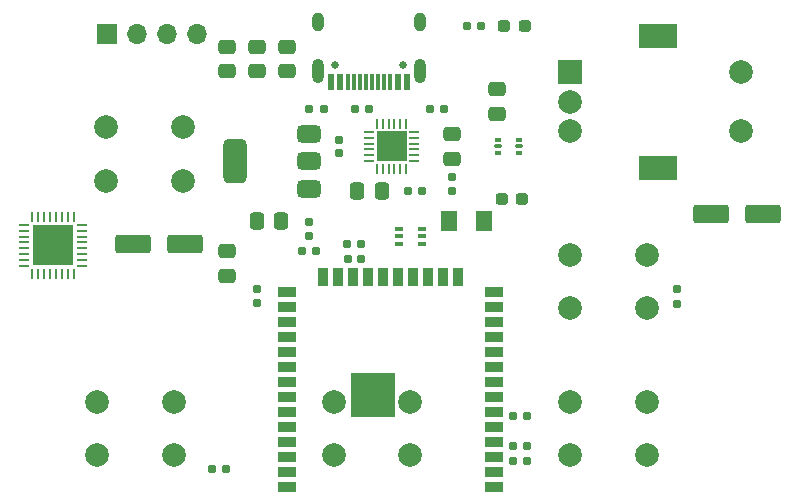
<source format=gbr>
%TF.GenerationSoftware,KiCad,Pcbnew,8.0.4*%
%TF.CreationDate,2024-12-06T19:36:15+01:00*%
%TF.ProjectId,MusicControllerV3,4d757369-6343-46f6-9e74-726f6c6c6572,rev?*%
%TF.SameCoordinates,Original*%
%TF.FileFunction,Soldermask,Bot*%
%TF.FilePolarity,Negative*%
%FSLAX46Y46*%
G04 Gerber Fmt 4.6, Leading zero omitted, Abs format (unit mm)*
G04 Created by KiCad (PCBNEW 8.0.4) date 2024-12-06 19:36:15*
%MOMM*%
%LPD*%
G01*
G04 APERTURE LIST*
G04 Aperture macros list*
%AMRoundRect*
0 Rectangle with rounded corners*
0 $1 Rounding radius*
0 $2 $3 $4 $5 $6 $7 $8 $9 X,Y pos of 4 corners*
0 Add a 4 corners polygon primitive as box body*
4,1,4,$2,$3,$4,$5,$6,$7,$8,$9,$2,$3,0*
0 Add four circle primitives for the rounded corners*
1,1,$1+$1,$2,$3*
1,1,$1+$1,$4,$5*
1,1,$1+$1,$6,$7*
1,1,$1+$1,$8,$9*
0 Add four rect primitives between the rounded corners*
20,1,$1+$1,$2,$3,$4,$5,0*
20,1,$1+$1,$4,$5,$6,$7,0*
20,1,$1+$1,$6,$7,$8,$9,0*
20,1,$1+$1,$8,$9,$2,$3,0*%
G04 Aperture macros list end*
%ADD10C,2.000000*%
%ADD11R,1.700000X1.700000*%
%ADD12O,1.700000X1.700000*%
%ADD13R,2.000000X2.000000*%
%ADD14R,3.200000X2.000000*%
%ADD15R,1.500000X0.900000*%
%ADD16R,0.900000X1.500000*%
%ADD17C,0.600000*%
%ADD18R,3.800000X3.800000*%
%ADD19RoundRect,0.160000X0.197500X0.160000X-0.197500X0.160000X-0.197500X-0.160000X0.197500X-0.160000X0*%
%ADD20RoundRect,0.062500X0.350000X0.062500X-0.350000X0.062500X-0.350000X-0.062500X0.350000X-0.062500X0*%
%ADD21RoundRect,0.062500X0.062500X0.350000X-0.062500X0.350000X-0.062500X-0.350000X0.062500X-0.350000X0*%
%ADD22R,2.600000X2.600000*%
%ADD23RoundRect,0.250000X-1.250000X-0.550000X1.250000X-0.550000X1.250000X0.550000X-1.250000X0.550000X0*%
%ADD24RoundRect,0.160000X-0.160000X0.197500X-0.160000X-0.197500X0.160000X-0.197500X0.160000X0.197500X0*%
%ADD25RoundRect,0.375000X0.625000X0.375000X-0.625000X0.375000X-0.625000X-0.375000X0.625000X-0.375000X0*%
%ADD26RoundRect,0.500000X0.500000X1.400000X-0.500000X1.400000X-0.500000X-1.400000X0.500000X-1.400000X0*%
%ADD27RoundRect,0.155000X0.212500X0.155000X-0.212500X0.155000X-0.212500X-0.155000X0.212500X-0.155000X0*%
%ADD28RoundRect,0.250000X1.250000X0.550000X-1.250000X0.550000X-1.250000X-0.550000X1.250000X-0.550000X0*%
%ADD29RoundRect,0.237500X0.287500X0.237500X-0.287500X0.237500X-0.287500X-0.237500X0.287500X-0.237500X0*%
%ADD30RoundRect,0.250000X0.475000X-0.337500X0.475000X0.337500X-0.475000X0.337500X-0.475000X-0.337500X0*%
%ADD31RoundRect,0.155000X0.155000X-0.212500X0.155000X0.212500X-0.155000X0.212500X-0.155000X-0.212500X0*%
%ADD32C,0.650000*%
%ADD33R,0.600000X1.450000*%
%ADD34R,0.300000X1.450000*%
%ADD35O,1.000000X1.600000*%
%ADD36O,1.000000X2.100000*%
%ADD37RoundRect,0.155000X-0.155000X0.212500X-0.155000X-0.212500X0.155000X-0.212500X0.155000X0.212500X0*%
%ADD38RoundRect,0.160000X0.160000X-0.197500X0.160000X0.197500X-0.160000X0.197500X-0.160000X-0.197500X0*%
%ADD39RoundRect,0.250001X0.462499X0.624999X-0.462499X0.624999X-0.462499X-0.624999X0.462499X-0.624999X0*%
%ADD40RoundRect,0.250000X0.337500X0.475000X-0.337500X0.475000X-0.337500X-0.475000X0.337500X-0.475000X0*%
%ADD41RoundRect,0.250000X-0.475000X0.337500X-0.475000X-0.337500X0.475000X-0.337500X0.475000X0.337500X0*%
%ADD42RoundRect,0.160000X-0.197500X-0.160000X0.197500X-0.160000X0.197500X0.160000X-0.197500X0.160000X0*%
%ADD43RoundRect,0.062500X-0.375000X-0.062500X0.375000X-0.062500X0.375000X0.062500X-0.375000X0.062500X0*%
%ADD44RoundRect,0.062500X-0.062500X-0.375000X0.062500X-0.375000X0.062500X0.375000X-0.062500X0.375000X0*%
%ADD45R,3.450000X3.450000*%
%ADD46RoundRect,0.093750X0.156250X0.093750X-0.156250X0.093750X-0.156250X-0.093750X0.156250X-0.093750X0*%
%ADD47RoundRect,0.075000X0.250000X0.075000X-0.250000X0.075000X-0.250000X-0.075000X0.250000X-0.075000X0*%
%ADD48RoundRect,0.100000X0.225000X0.100000X-0.225000X0.100000X-0.225000X-0.100000X0.225000X-0.100000X0*%
G04 APERTURE END LIST*
D10*
%TO.C,SW3*%
X170000000Y-61000000D03*
X176500000Y-61000000D03*
X170000000Y-65500000D03*
X176500000Y-65500000D03*
%TD*%
%TO.C,SW1*%
X130000000Y-61000000D03*
X136500000Y-61000000D03*
X130000000Y-65500000D03*
X136500000Y-65500000D03*
%TD*%
%TO.C,SW2*%
X150000000Y-61000000D03*
X156500000Y-61000000D03*
X150000000Y-65500000D03*
X156500000Y-65500000D03*
%TD*%
%TO.C,SW4*%
X170000000Y-48550000D03*
X176500000Y-48550000D03*
X170000000Y-53050000D03*
X176500000Y-53050000D03*
%TD*%
D11*
%TO.C,J2*%
X130810000Y-29845000D03*
D12*
X133350000Y-29845000D03*
X135890000Y-29845000D03*
X138430000Y-29845000D03*
%TD*%
D13*
%TO.C,SW5*%
X170000000Y-33100000D03*
D10*
X170000000Y-38100000D03*
X170000000Y-35600000D03*
D14*
X177500000Y-30000000D03*
X177500000Y-41200000D03*
D10*
X184500000Y-38100000D03*
X184500000Y-33100000D03*
%TD*%
D15*
%TO.C,U4*%
X146050000Y-68175000D03*
X146050000Y-66905000D03*
X146050000Y-65635000D03*
X146050000Y-64365000D03*
X146050000Y-63095000D03*
X146050000Y-61825000D03*
X146050000Y-60555000D03*
X146050000Y-59285000D03*
X146050000Y-58015000D03*
X146050000Y-56745000D03*
X146050000Y-55475000D03*
X146050000Y-54205000D03*
X146050000Y-52935000D03*
X146050000Y-51665000D03*
D16*
X149090000Y-50415000D03*
X150360000Y-50415000D03*
X151630000Y-50415000D03*
X152900000Y-50415000D03*
X154170000Y-50415000D03*
X155440000Y-50415000D03*
X156710000Y-50415000D03*
X157980000Y-50415000D03*
X159250000Y-50415000D03*
X160520000Y-50415000D03*
D15*
X163550000Y-51665000D03*
X163550000Y-52935000D03*
X163550000Y-54205000D03*
X163550000Y-55475000D03*
X163550000Y-56745000D03*
X163550000Y-58015000D03*
X163550000Y-59285000D03*
X163550000Y-60555000D03*
X163550000Y-61825000D03*
X163550000Y-63095000D03*
X163550000Y-64365000D03*
X163550000Y-65635000D03*
X163550000Y-66905000D03*
X163550000Y-68175000D03*
D17*
X151900000Y-59755000D03*
X151900000Y-61155000D03*
X152600000Y-59055000D03*
X152600000Y-60455000D03*
X152600000Y-61855000D03*
X153275000Y-59755000D03*
X153275000Y-61155000D03*
D18*
X153300000Y-60455000D03*
D17*
X154000000Y-59055000D03*
X154000000Y-60455000D03*
X154000000Y-61855000D03*
X154700000Y-59755000D03*
X154700000Y-61155000D03*
%TD*%
D19*
%TO.C,R15*%
X152325000Y-47625000D03*
X151130000Y-47625000D03*
%TD*%
D20*
%TO.C,U3*%
X156845000Y-38120000D03*
X156845000Y-38620000D03*
X156845000Y-39120000D03*
X156845000Y-39620000D03*
X156845000Y-40120000D03*
X156845000Y-40620000D03*
D21*
X156157500Y-41307500D03*
X155657500Y-41307500D03*
X155157500Y-41307500D03*
X154657500Y-41307500D03*
X154157500Y-41307500D03*
X153657500Y-41307500D03*
D20*
X152970000Y-40620000D03*
X152970000Y-40120000D03*
X152970000Y-39620000D03*
X152970000Y-39120000D03*
X152970000Y-38620000D03*
X152970000Y-38120000D03*
D21*
X153657500Y-37432500D03*
X154157500Y-37432500D03*
X154657500Y-37432500D03*
X155157500Y-37432500D03*
X155657500Y-37432500D03*
X156157500Y-37432500D03*
D22*
X154907500Y-39370000D03*
%TD*%
D23*
%TO.C,C4*%
X181950000Y-45085000D03*
X186350000Y-45085000D03*
%TD*%
D24*
%TO.C,R8*%
X143510000Y-51435000D03*
X143510000Y-52630000D03*
%TD*%
D19*
%TO.C,R13*%
X153035000Y-36195000D03*
X151840000Y-36195000D03*
%TD*%
%TO.C,R12*%
X166370000Y-64770000D03*
X165175000Y-64770000D03*
%TD*%
%TO.C,R1*%
X149150000Y-36195000D03*
X147955000Y-36195000D03*
%TD*%
D25*
%TO.C,U2*%
X147930000Y-38340000D03*
X147930000Y-40640000D03*
D26*
X141630000Y-40640000D03*
D25*
X147930000Y-42940000D03*
%TD*%
D27*
%TO.C,C9*%
X152332500Y-48895000D03*
X151197500Y-48895000D03*
%TD*%
D28*
%TO.C,C1*%
X137455000Y-47625000D03*
X133055000Y-47625000D03*
%TD*%
D29*
%TO.C,FB1*%
X165975000Y-43815000D03*
X164225000Y-43815000D03*
%TD*%
D30*
%TO.C,C4*%
X146050000Y-33020000D03*
X146050000Y-30945000D03*
%TD*%
D31*
%TO.C,C12*%
X150495000Y-39937500D03*
X150495000Y-38802500D03*
%TD*%
D19*
%TO.C,R10*%
X162522500Y-29210000D03*
X161327500Y-29210000D03*
%TD*%
D29*
%TO.C,D2*%
X166215000Y-29210000D03*
X164465000Y-29210000D03*
%TD*%
D32*
%TO.C,J1*%
X150110000Y-32445000D03*
X155890000Y-32445000D03*
D33*
X149750000Y-33890000D03*
X150550000Y-33890000D03*
D34*
X151750000Y-33890000D03*
X152750000Y-33890000D03*
X153250000Y-33890000D03*
X154250000Y-33890000D03*
D33*
X155450000Y-33890000D03*
X156250000Y-33890000D03*
X156250000Y-33890000D03*
X155450000Y-33890000D03*
D34*
X154750000Y-33890000D03*
X153750000Y-33890000D03*
X152250000Y-33890000D03*
X151250000Y-33890000D03*
D33*
X150550000Y-33890000D03*
X149750000Y-33890000D03*
D35*
X148680000Y-28795000D03*
D36*
X148680000Y-32975000D03*
D35*
X157320000Y-28795000D03*
D36*
X157320000Y-32975000D03*
%TD*%
D37*
%TO.C,C8*%
X160020000Y-41977500D03*
X160020000Y-43112500D03*
%TD*%
D38*
%TO.C,R6*%
X179070000Y-52667500D03*
X179070000Y-51472500D03*
%TD*%
D39*
%TO.C,F1*%
X162777500Y-45720000D03*
X159802500Y-45720000D03*
%TD*%
D19*
%TO.C,R7*%
X148552500Y-48260000D03*
X147357500Y-48260000D03*
%TD*%
D37*
%TO.C,C3*%
X147955000Y-45787500D03*
X147955000Y-46922500D03*
%TD*%
D40*
%TO.C,C6*%
X154072500Y-43180000D03*
X151997500Y-43180000D03*
%TD*%
%TO.C,C1*%
X145585000Y-45720000D03*
X143510000Y-45720000D03*
%TD*%
D41*
%TO.C,C5*%
X140970000Y-48260000D03*
X140970000Y-50335000D03*
%TD*%
D42*
%TO.C,R16*%
X165175000Y-62230000D03*
X166370000Y-62230000D03*
%TD*%
D43*
%TO.C,U1*%
X123807500Y-49495000D03*
X123807500Y-48995000D03*
X123807500Y-48495000D03*
X123807500Y-47995000D03*
X123807500Y-47495000D03*
X123807500Y-46995000D03*
X123807500Y-46495000D03*
X123807500Y-45995000D03*
D44*
X124495000Y-45307500D03*
X124995000Y-45307500D03*
X125495000Y-45307500D03*
X125995000Y-45307500D03*
X126495000Y-45307500D03*
X126995000Y-45307500D03*
X127495000Y-45307500D03*
X127995000Y-45307500D03*
D43*
X128682500Y-45995000D03*
X128682500Y-46495000D03*
X128682500Y-46995000D03*
X128682500Y-47495000D03*
X128682500Y-47995000D03*
X128682500Y-48495000D03*
X128682500Y-48995000D03*
X128682500Y-49495000D03*
D44*
X127995000Y-50182500D03*
X127495000Y-50182500D03*
X126995000Y-50182500D03*
X126495000Y-50182500D03*
X125995000Y-50182500D03*
X125495000Y-50182500D03*
X124995000Y-50182500D03*
X124495000Y-50182500D03*
D45*
X126245000Y-47745000D03*
%TD*%
D42*
%TO.C,R2*%
X158190000Y-36195000D03*
X159385000Y-36195000D03*
%TD*%
D30*
%TO.C,C2*%
X163830000Y-36597500D03*
X163830000Y-34522500D03*
%TD*%
D42*
%TO.C,R14*%
X165175000Y-66040000D03*
X166370000Y-66040000D03*
%TD*%
D19*
%TO.C,R11*%
X157480000Y-43180000D03*
X156285000Y-43180000D03*
%TD*%
D30*
%TO.C,C7*%
X160020000Y-40407500D03*
X160020000Y-38332500D03*
%TD*%
%TO.C,C11*%
X143510000Y-33020000D03*
X143510000Y-30945000D03*
%TD*%
D42*
%TO.C,R3*%
X139737500Y-66675000D03*
X140932500Y-66675000D03*
%TD*%
D30*
%TO.C,C10*%
X140970000Y-33020000D03*
X140970000Y-30945000D03*
%TD*%
D46*
%TO.C,U1*%
X165660000Y-38832500D03*
D47*
X165735000Y-39370000D03*
D46*
X165660000Y-39907500D03*
X163960000Y-39907500D03*
D47*
X163885000Y-39370000D03*
D46*
X163960000Y-38832500D03*
%TD*%
D10*
%TO.C,SW2*%
X137235000Y-37755000D03*
X130735000Y-37755000D03*
X137235000Y-42255000D03*
X130735000Y-42255000D03*
%TD*%
D48*
%TO.C,Q1*%
X157475000Y-46340000D03*
X157475000Y-46990000D03*
X157475000Y-47640000D03*
X155575000Y-47640000D03*
X155575000Y-46990000D03*
X155575000Y-46340000D03*
%TD*%
M02*

</source>
